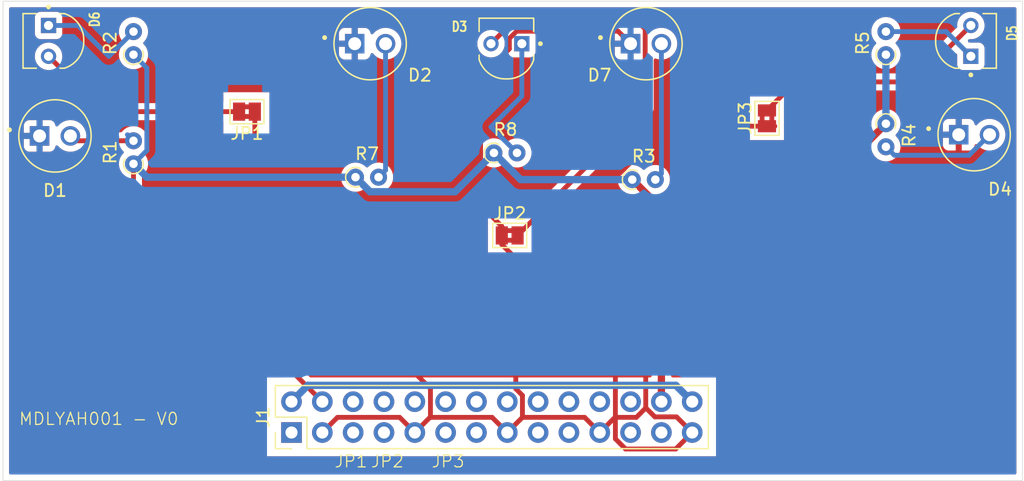
<source format=kicad_pcb>
(kicad_pcb (version 20240108) (generator "pcbnew") (generator_version "8.0")
  (title_block (title "MDLYAH001 - PCB") (rev "V0") (company "UCT") (comment 1 "EEE3088 - Sensing Subsystem"))
  (layers (0 "F.Cu" signal) (31 "B.Cu" signal) (34 "B.Paste" user) (35 "F.Paste" user) (36 "B.SilkS" user "B.Silkscreen") (37 "F.SilkS" user "F.Silkscreen") (38 "B.Mask" user) (39 "F.Mask" user) (44 "Edge.Cuts" user))
  (net 0 "")
  (net 1 "GND")
  (net 2 "Net-(D1-PadA)")
  (net 3 "Net-(D2-PadA)")
  (net 4 "Net-(D3-PadK)")
  (net 5 "Net-(D4-PadA)")
  (net 6 "/PE10")
  (net 7 "/PE11")
  (net 8 "/PE12")
  (net 9 "/PE8")
  (net 10 "/PC5")
  (net 11 "/PA7")
  (net 12 "/PE14")
  (net 13 "/3V3")
  (net 14 "/AB0")
  (net 15 "/PE9")
  (net 16 "/PC4")
  (net 17 "/PE13")
  (net 18 "/PA6")
  (net 19 "/RESV3")
  (net 20 "/RESV1")
  (net 21 "/RESV2")
  (net 22 "/PE15")
  (net 23 "Net-(JP1-B)")
  (net 24 "Net-(JP2-B)")
  (net 25 "Net-(JP3-B)")
  (net 26 "3.7V")
  (net 27 "/JP1")
  (net 28 "/JP2")
  (net 29 "/JP3")
  (net 30 "Net-(D5-PadK)")
  (net 31 "Net-(D6-PadK)")
  (net 32 "Net-(D7-PadA)")
  (footprint "TSAL6400:LEDRD254W55D595H900" (layer "F.Cu") (at 164.23 73)
    (property "Reference" "D7" (at -3.83 2.6 0) (layer "F.SilkS"))
    (property "Value" "TSAL6400")
    (fp_circle (center -3.75 -0.5) (end -3.65 -0.5) (stroke (width 0.2)) (fill none) (layer "F.SilkS"))
    (fp_circle (center 0 0) (end 2.98 0) (stroke (width 0.127)) (fill none) (layer "F.SilkS"))
    (pad "A" thru_hole circle (at 1.27 0) (size 1.61 1.61) (drill 1.07) (layers "*.Cu" "*.Mask") (net 32 "Net-(D7-PadA)"))
    (pad "C" thru_hole rect (at -1.27 0) (size 1.61 1.61) (drill 1.07) (layers "*.Cu" "*.Mask") (net 1 "GND"))
  )
  (footprint "TSAL6400:LEDRD254W55D595H900" (layer "F.Cu") (at 115.53 80.6)
    (property "Reference" "D1" (at 0 4.5 0) (layer "F.SilkS"))
    (property "Value" "TSAL6400")
    (fp_circle (center -3.75 -0.5) (end -3.65 -0.5) (stroke (width 0.2)) (fill none) (layer "F.SilkS"))
    (fp_circle (center 0 0) (end 2.98 0) (stroke (width 0.127)) (fill none) (layer "F.SilkS"))
    (pad "A" thru_hole circle (at 1.27 0) (size 1.61 1.61) (drill 1.07) (layers "*.Cu" "*.Mask") (net 2 "Net-(D1-PadA)"))
    (pad "C" thru_hole rect (at -1.27 0) (size 1.61 1.61) (drill 1.07) (layers "*.Cu" "*.Mask") (net 1 "GND"))
  )
  (footprint "Resistor_THT:R_Axial_DIN0204_L3.6mm_D1.6mm_P1.90mm_Vertical" (layer "F.Cu") (at 140.295 84)
    (property "Reference" "R7" (at 0.95 -1.92 0) (layer "F.SilkS"))
    (property "Value" "100")
    (fp_arc (start 0.320095 0.749359) (mid -0.813042 -0.054435) (end 0.417133 -0.7) (stroke (width 0.12)) (layer "F.SilkS"))
    (pad "1" thru_hole circle (at 0 0) (size 1.4 1.4) (drill 0.7) (layers "*.Cu" "*.Mask") (net 26 "3.7V"))
    (pad "2" thru_hole oval (at 1.9 0) (size 1.4 1.4) (drill 0.7) (layers "*.Cu" "*.Mask") (net 3 "Net-(D2-PadA)"))
  )
  (footprint "TSAL6400:LEDRD254W55D595H900" (layer "F.Cu") (at 141.5 73)
    (property "Reference" "D2" (at 4.1 2.6 0) (layer "F.SilkS"))
    (property "Value" "TSAL6400")
    (fp_circle (center -3.75 -0.5) (end -3.65 -0.5) (stroke (width 0.2)) (fill none) (layer "F.SilkS"))
    (fp_circle (center 0 0) (end 2.98 0) (stroke (width 0.127)) (fill none) (layer "F.SilkS"))
    (pad "A" thru_hole circle (at 1.27 0) (size 1.61 1.61) (drill 1.07) (layers "*.Cu" "*.Mask") (net 3 "Net-(D2-PadA)"))
    (pad "C" thru_hole rect (at -1.27 0) (size 1.61 1.61) (drill 1.07) (layers "*.Cu" "*.Mask") (net 1 "GND"))
  )
  (footprint "Resistor_THT:R_Axial_DIN0204_L3.6mm_D1.6mm_P1.90mm_Vertical" (layer "F.Cu") (at 184 79.595 -90)
    (property "Reference" "R4" (at 0.95 -1.92 90) (layer "F.SilkS"))
    (property "Value" "100")
    (fp_arc (start 0.320095 0.749359) (mid -0.813042 -0.054435) (end 0.417133 -0.7) (stroke (width 0.12)) (layer "F.SilkS"))
    (pad "1" thru_hole circle (at 0 0 270) (size 1.4 1.4) (drill 0.7) (layers "*.Cu" "*.Mask") (net 26 "3.7V"))
    (pad "2" thru_hole oval (at 1.9 0 270) (size 1.4 1.4) (drill 0.7) (layers "*.Cu" "*.Mask") (net 5 "Net-(D4-PadA)"))
  )
  (footprint "Resistor_THT:R_Axial_DIN0204_L3.6mm_D1.6mm_P1.90mm_Vertical" (layer "F.Cu") (at 151.7 82)
    (property "Reference" "R8" (at 0.95 -1.92 0) (layer "F.SilkS"))
    (property "Value" "51")
    (fp_arc (start 0.320095 0.749359) (mid -0.813042 -0.054435) (end 0.417133 -0.7) (stroke (width 0.12)) (layer "F.SilkS"))
    (pad "1" thru_hole circle (at 0 0) (size 1.4 1.4) (drill 0.7) (layers "*.Cu" "*.Mask") (net 26 "3.7V"))
    (pad "2" thru_hole oval (at 1.9 0) (size 1.4 1.4) (drill 0.7) (layers "*.Cu" "*.Mask") (net 4 "Net-(D3-PadK)"))
  )
  (footprint "BPV22NF:XDCR_BPV22NF" (layer "F.Cu") (at 115 72.77 -90)
    (property "Reference" "D6" (at -1.77 -3.8 90) (layer "F.SilkS") (effects (font (size 0.8 0.64))))
    (property "Value" "BPV22NF")
    (fp_line (start -2.25 2.1) (end 2.25 2.1) (stroke (width 0.127)) (layer "F.SilkS"))
    (fp_line (start 2.25 2.1) (end 2.25 1.005) (stroke (width 0.127)) (layer "F.SilkS"))
    (fp_line (start -2.25 1.005) (end -2.25 2.1) (stroke (width 0.127)) (layer "F.SilkS"))
    (fp_line (start 2.25 -0.94) (end 2.25 -1.3) (stroke (width 0.127)) (layer "F.SilkS"))
    (fp_line (start -2.25 -1.3) (end -2.25 -0.94) (stroke (width 0.127)) (layer "F.SilkS"))
    (fp_arc (start -2.25 -1.3) (mid -1.396563 -2.481886) (end 0 -2.899999) (stroke (width 0.127)) (layer "F.SilkS"))
    (fp_arc (start 0 -2.899999) (mid 1.396563 -2.481885) (end 2.25 -1.3) (stroke (width 0.127)) (layer "F.SilkS"))
    (fp_circle (center -2.8 0) (end -2.7 0) (stroke (width 0.2)) (fill none) (layer "F.SilkS"))
    (pad "A" thru_hole circle (at 1.27 0 270) (size 1.258 1.258) (drill 0.75) (layers "*.Cu" "*.Mask") (net 23 "Net-(JP1-B)"))
    (pad "K" thru_hole rect (at -1.27 0 270) (size 1.258 1.258) (drill 0.75) (layers "*.Cu" "*.Mask") (net 31 "Net-(D6-PadK)"))
  )
  (footprint "Resistor_THT:R_Axial_DIN0204_L3.6mm_D1.6mm_P1.90mm_Vertical" (layer "F.Cu") (at 122 73.905 90)
    (property "Reference" "R2" (at 0.95 -1.92 -90) (layer "F.SilkS"))
    (property "Value" "51")
    (fp_arc (start 0.320095 0.749359) (mid -0.813042 -0.054435) (end 0.417133 -0.7) (stroke (width 0.12)) (layer "F.SilkS"))
    (pad "1" thru_hole circle (at 0 0 90) (size 1.4 1.4) (drill 0.7) (layers "*.Cu" "*.Mask") (net 26 "3.7V"))
    (pad "2" thru_hole oval (at 1.9 0 90) (size 1.4 1.4) (drill 0.7) (layers "*.Cu" "*.Mask") (net 31 "Net-(D6-PadK)"))
  )
  (footprint "BPV22NF:XDCR_BPV22NF" (layer "F.Cu") (at 152.73 73 180)
    (property "Reference" "D3" (at 3.87 1.4 180) (layer "F.SilkS") (effects (font (size 0.8 0.64))))
    (property "Value" "BPV22NF")
    (fp_line (start 2.25 2.1) (end 2.25 1.005) (stroke (width 0.127)) (layer "F.SilkS"))
    (fp_line (start 2.25 -0.94) (end 2.25 -1.3) (stroke (width 0.127)) (layer "F.SilkS"))
    (fp_line (start -2.25 2.1) (end 2.25 2.1) (stroke (width 0.127)) (layer "F.SilkS"))
    (fp_line (start -2.25 1.005) (end -2.25 2.1) (stroke (width 0.127)) (layer "F.SilkS"))
    (fp_line (start -2.25 -1.3) (end -2.25 -0.94) (stroke (width 0.127)) (layer "F.SilkS"))
    (fp_arc (start 0 -2.899999) (mid 1.396563 -2.481885) (end 2.25 -1.3) (stroke (width 0.127)) (layer "F.SilkS"))
    (fp_arc (start -2.25 -1.3) (mid -1.396563 -2.481886) (end 0 -2.899999) (stroke (width 0.127)) (layer "F.SilkS"))
    (fp_circle (center -2.8 0) (end -2.7 0) (stroke (width 0.2)) (fill none) (layer "F.SilkS"))
    (pad "A" thru_hole circle (at 1.27 0 180) (size 1.258 1.258) (drill 0.75) (layers "*.Cu" "*.Mask") (net 24 "Net-(JP2-B)"))
    (pad "K" thru_hole rect (at -1.27 0 180) (size 1.258 1.258) (drill 0.75) (layers "*.Cu" "*.Mask") (net 4 "Net-(D3-PadK)"))
  )
  (footprint "Resistor_THT:R_Axial_DIN0204_L3.6mm_D1.6mm_P1.90mm_Vertical" (layer "F.Cu") (at 184 73.905 90)
    (property "Reference" "R5" (at 0.95 -1.92 -90) (layer "F.SilkS"))
    (property "Value" "51")
    (fp_arc (start 0.320095 0.749359) (mid -0.813042 -0.054435) (end 0.417133 -0.7) (stroke (width 0.12)) (layer "F.SilkS"))
    (pad "1" thru_hole circle (at 0 0 90) (size 1.4 1.4) (drill 0.7) (layers "*.Cu" "*.Mask") (net 26 "3.7V"))
    (pad "2" thru_hole oval (at 1.9 0 90) (size 1.4 1.4) (drill 0.7) (layers "*.Cu" "*.Mask") (net 30 "Net-(D5-PadK)"))
  )
  (footprint "TSAL6400:LEDRD254W55D595H900" (layer "F.Cu") (at 191.27 80.5)
    (property "Reference" "D4" (at 2.13 4.5 0) (layer "F.SilkS"))
    (property "Value" "TSAL6400")
    (fp_circle (center -3.75 -0.5) (end -3.65 -0.5) (stroke (width 0.2)) (fill none) (layer "F.SilkS"))
    (fp_circle (center 0 0) (end 2.98 0) (stroke (width 0.127)) (fill none) (layer "F.SilkS"))
    (pad "A" thru_hole circle (at 1.27 0) (size 1.61 1.61) (drill 1.07) (layers "*.Cu" "*.Mask") (net 5 "Net-(D4-PadA)"))
    (pad "C" thru_hole rect (at -1.27 0) (size 1.61 1.61) (drill 1.07) (layers "*.Cu" "*.Mask") (net 1 "GND"))
  )
  (footprint "Jumper:SolderJumper-2_P1.3mm_Bridged2Bar_Pad1.0x1.5mm" (layer "F.Cu") (at 174.2 79.15 90)
    (property "Reference" "JP3" (at 0 -1.8 -90) (layer "F.SilkS"))
    (property "Value" "Jumper_2_Bridged")
    (fp_poly (pts (xy -0.25 -0.6) (xy 0.25 -0.6) (xy 0.25 -0.2) (xy -0.25 -0.2)) (fill solid) (layer "F.Cu"))
    (fp_poly (pts (xy -0.25 0.2) (xy 0.25 0.2) (xy 0.25 0.6) (xy -0.25 0.6)) (fill solid) (layer "F.Cu"))
    (fp_line (start 1.4 -1) (end 1.4 1) (stroke (width 0.12)) (layer "F.SilkS"))
    (fp_line (start -1.4 -1) (end 1.4 -1) (stroke (width 0.12)) (layer "F.SilkS"))
    (fp_line (start 1.4 1) (end -1.4 1) (stroke (width 0.12)) (layer "F.SilkS"))
    (fp_line (start -1.4 1) (end -1.4 -1) (stroke (width 0.12)) (layer "F.SilkS"))
    (pad "1" smd rect (at -0.65 0 90) (size 1 1.5) (layers "F.Cu" "F.Mask") (net 1 "GND"))
    (pad "2" smd rect (at 0.65 0 90) (size 1 1.5) (layers "F.Cu" "F.Mask") (net 25 "Net-(JP3-B)"))
  )
  (footprint "Resistor_THT:R_Axial_DIN0204_L3.6mm_D1.6mm_P1.90mm_Vertical" (layer "F.Cu") (at 163.1 84.2)
    (property "Reference" "R3" (at 0.95 -1.92 0) (layer "F.SilkS"))
    (property "Value" "100")
    (fp_arc (start 0.320095 0.749359) (mid -0.813042 -0.054435) (end 0.417133 -0.7) (stroke (width 0.12)) (layer "F.SilkS"))
    (pad "1" thru_hole circle (at 0 0) (size 1.4 1.4) (drill 0.7) (layers "*.Cu" "*.Mask") (net 26 "3.7V"))
    (pad "2" thru_hole oval (at 1.9 0) (size 1.4 1.4) (drill 0.7) (layers "*.Cu" "*.Mask") (net 32 "Net-(D7-PadA)"))
  )
  (footprint "BPV22NF:XDCR_BPV22NF" (layer "F.Cu") (at 191 72.77 90)
    (property "Reference" "D5" (at 0.63 3.4 -90) (layer "F.SilkS") (effects (font (size 0.8 0.64))))
    (property "Value" "BPV22NF")
    (fp_line (start -2.25 -1.3) (end -2.25 -0.94) (stroke (width 0.127)) (layer "F.SilkS"))
    (fp_line (start 2.25 -0.94) (end 2.25 -1.3) (stroke (width 0.127)) (layer "F.SilkS"))
    (fp_line (start -2.25 1.005) (end -2.25 2.1) (stroke (width 0.127)) (layer "F.SilkS"))
    (fp_line (start 2.25 2.1) (end 2.25 1.005) (stroke (width 0.127)) (layer "F.SilkS"))
    (fp_line (start -2.25 2.1) (end 2.25 2.1) (stroke (width 0.127)) (layer "F.SilkS"))
    (fp_arc (start 0 -2.899999) (mid 1.396563 -2.481885) (end 2.25 -1.3) (stroke (width 0.127)) (layer "F.SilkS"))
    (fp_arc (start -2.25 -1.3) (mid -1.396563 -2.481886) (end 0 -2.899999) (stroke (width 0.127)) (layer "F.SilkS"))
    (fp_circle (center -2.8 0) (end -2.7 0) (stroke (width 0.2)) (fill none) (layer "F.SilkS"))
    (pad "A" thru_hole circle (at 1.27 0 90) (size 1.258 1.258) (drill 0.75) (layers "*.Cu" "*.Mask") (net 25 "Net-(JP3-B)"))
    (pad "K" thru_hole rect (at -1.27 0 90) (size 1.258 1.258) (drill 0.75) (layers "*.Cu" "*.Mask") (net 30 "Net-(D5-PadK)"))
  )
  (footprint "Jumper:SolderJumper-2_P1.3mm_Bridged2Bar_Pad1.0x1.5mm" (layer "F.Cu") (at 153 88.8)
    (property "Reference" "JP2" (at 0 -1.8 0) (layer "F.SilkS"))
    (property "Value" "Jumper_2_Bridged")
    (fp_poly (pts (xy -0.25 -0.6) (xy 0.25 -0.6) (xy 0.25 -0.2) (xy -0.25 -0.2)) (fill solid) (layer "F.Cu"))
    (fp_poly (pts (xy -0.25 0.2) (xy 0.25 0.2) (xy 0.25 0.6) (xy -0.25 0.6)) (fill solid) (layer "F.Cu"))
    (fp_line (start -1.4 -1) (end 1.4 -1) (stroke (width 0.12)) (layer "F.SilkS"))
    (fp_line (start -1.4 1) (end -1.4 -1) (stroke (width 0.12)) (layer "F.SilkS"))
    (fp_line (start 1.4 -1) (end 1.4 1) (stroke (width 0.12)) (layer "F.SilkS"))
    (fp_line (start 1.4 1) (end -1.4 1) (stroke (width 0.12)) (layer "F.SilkS"))
    (pad "1" smd rect (at -0.65 0) (size 1 1.5) (layers "F.Cu" "F.Mask") (net 1 "GND"))
    (pad "2" smd rect (at 0.65 0) (size 1 1.5) (layers "F.Cu" "F.Mask") (net 24 "Net-(JP2-B)"))
  )
  (footprint "Connector_PinHeader_2.54mm:PinHeader_2x14_P2.54mm_Vertical" (layer "F.Cu") (at 135.02 105.04 90)
    (property "Reference" "J1" (at 1.27 -2.33 -90) (layer "F.SilkS"))
    (property "Value" "Conn_02x14_Odd_Even")
    (fp_line (start 3.87 -1.33) (end 3.87 34.35) (stroke (width 0.12)) (layer "F.SilkS"))
    (fp_line (start 1.27 -1.33) (end 3.87 -1.33) (stroke (width 0.12)) (layer "F.SilkS"))
    (fp_line (start -1.33 -1.33) (end 0 -1.33) (stroke (width 0.12)) (layer "F.SilkS"))
    (fp_line (start -1.33 0) (end -1.33 -1.33) (stroke (width 0.12)) (layer "F.SilkS"))
    (fp_line (start 1.27 1.27) (end 1.27 -1.33) (stroke (width 0.12)) (layer "F.SilkS"))
    (fp_line (start -1.33 1.27) (end 1.27 1.27) (stroke (width 0.12)) (layer "F.SilkS"))
    (fp_line (start -1.33 1.27) (end -1.33 34.35) (stroke (width 0.12)) (layer "F.SilkS"))
    (fp_line (start -1.33 34.35) (end 3.87 34.35) (stroke (width 0.12)) (layer "F.SilkS"))
    (pad "1" thru_hole rect (at 0 0 90) (size 1.7 1.7) (drill 1) (layers "*.Cu" "*.Mask") (net 19 "/RESV3"))
    (pad "2" thru_hole oval (at 2.54 0 90) (size 1.7 1.7) (drill 1) (layers "*.Cu" "*.Mask") (net 13 "/3V3"))
    (pad "3" thru_hole oval (at 0 2.54 90) (size 1.7 1.7) (drill 1) (layers "*.Cu" "*.Mask") (net 1 "GND"))
    (pad "4" thru_hole oval (at 2.54 2.54 90) (size 1.7 1.7) (drill 1) (layers "*.Cu" "*.Mask") (net 26 "3.7V"))
    (pad "5" thru_hole oval (at 0 5.08 90) (size 1.7 1.7) (drill 1) (layers "*.Cu" "*.Mask") (net 27 "/JP1"))
    (pad "6" thru_hole oval (at 2.54 5.08 90) (size 1.7 1.7) (drill 1) (layers "*.Cu" "*.Mask") (net 21 "/RESV2"))
    (pad "7" thru_hole oval (at 0 7.62 90) (size 1.7 1.7) (drill 1) (layers "*.Cu" "*.Mask") (net 28 "/JP2"))
    (pad "8" thru_hole oval (at 2.54 7.62 90) (size 1.7 1.7) (drill 1) (layers "*.Cu" "*.Mask") (net 22 "/PE15"))
    (pad "9" thru_hole oval (at 0 10.16 90) (size 1.7 1.7) (drill 1) (layers "*.Cu" "*.Mask") (net 1 "GND"))
    (pad "10" thru_hole oval (at 2.54 10.16 90) (size 1.7 1.7) (drill 1) (layers "*.Cu" "*.Mask") (net 12 "/PE14"))
    (pad "11" thru_hole oval (at 0 12.7 90) (size 1.7 1.7) (drill 1) (layers "*.Cu" "*.Mask") (net 29 "/JP3"))
    (pad "12" thru_hole oval (at 2.54 12.7 90) (size 1.7 1.7) (drill 1) (layers "*.Cu" "*.Mask") (net 17 "/PE13"))
    (pad "13" thru_hole oval (at 0 15.24 90) (size 1.7 1.7) (drill 1) (layers "*.Cu" "*.Mask") (net 18 "/PA6"))
    (pad "14" thru_hole oval (at 2.54 15.24 90) (size 1.7 1.7) (drill 1) (layers "*.Cu" "*.Mask") (net 8 "/PE12"))
    (pad "15" thru_hole oval (at 0 17.78 90) (size 1.7 1.7) (drill 1) (layers "*.Cu" "*.Mask") (net 1 "GND"))
    (pad "16" thru_hole oval (at 2.54 17.78 90) (size 1.7 1.7) (drill 1) (layers "*.Cu" "*.Mask") (net 7 "/PE11"))
    (pad "17" thru_hole oval (at 0 20.32 90) (size 1.7 1.7) (drill 1) (layers "*.Cu" "*.Mask") (net 11 "/PA7"))
    (pad "18" thru_hole oval (at 2.54 20.32 90) (size 1.7 1.7) (drill 1) (layers "*.Cu" "*.Mask") (net 6 "/PE10"))
    (pad "19" thru_hole oval (at 0 22.86 90) (size 1.7 1.7) (drill 1) (layers "*.Cu" "*.Mask") (net 16 "/PC4"))
    (pad "20" thru_hole oval (at 2.54 22.86 90) (size 1.7 1.7) (drill 1) (layers "*.Cu" "*.Mask") (net 15 "/PE9"))
    (pad "21" thru_hole oval (at 0 25.4 90) (size 1.7 1.7) (drill 1) (layers "*.Cu" "*.Mask") (net 1 "GND"))
    (pad "22" thru_hole oval (at 2.54 25.4 90) (size 1.7 1.7) (drill 1) (layers "*.Cu" "*.Mask") (net 9 "/PE8"))
    (pad "23" thru_hole oval (at 0 27.94 90) (size 1.7 1.7) (drill 1) (layers "*.Cu" "*.Mask") (net 10 "/PC5"))
    (pad "24" thru_hole oval (at 2.54 27.94 90) (size 1.7 1.7) (drill 1) (layers "*.Cu" "*.Mask") (net 20 "/RESV1"))
    (pad "25" thru_hole oval (at 0 30.48 90) (size 1.7 1.7) (drill 1) (layers "*.Cu" "*.Mask") (net 14 "/AB0"))
    (pad "26" thru_hole oval (at 2.54 30.48 90) (size 1.7 1.7) (drill 1) (layers "*.Cu" "*.Mask") (net 26 "3.7V"))
    (pad "27" thru_hole oval (at 0 33.02 90) (size 1.7 1.7) (drill 1) (layers "*.Cu" "*.Mask") (net 1 "GND"))
    (pad "28" thru_hole oval (at 2.54 33.02 90) (size 1.7 1.7) (drill 1) (layers "*.Cu" "*.Mask") (net 13 "/3V3"))
  )
  (footprint "Resistor_THT:R_Axial_DIN0204_L3.6mm_D1.6mm_P1.90mm_Vertical" (layer "F.Cu") (at 122 82.9 90)
    (property "Reference" "R1" (at 0.95 -1.92 -90) (layer "F.SilkS"))
    (property "Value" "100")
    (fp_arc (start 0.320095 0.749359) (mid -0.813042 -0.054435) (end 0.417133 -0.7) (stroke (width 0.12)) (layer "F.SilkS"))
    (pad "1" thru_hole circle (at 0 0 90) (size 1.4 1.4) (drill 0.7) (layers "*.Cu" "*.Mask") (net 26 "3.7V"))
    (pad "2" thru_hole oval (at 1.9 0 90) (size 1.4 1.4) (drill 0.7) (layers "*.Cu" "*.Mask") (net 2 "Net-(D1-PadA)"))
  )
  (footprint "Jumper:SolderJumper-2_P1.3mm_Bridged2Bar_Pad1.0x1.5mm" (layer "F.Cu") (at 131.35 78.6 180)
    (property "Reference" "JP1" (at 0 -1.8 180) (layer "F.SilkS"))
    (property "Value" "Jumper_2_Bridged")
    (fp_poly (pts (xy -0.25 0.2) (xy 0.25 0.2) (xy 0.25 0.6) (xy -0.25 0.6)) (fill solid) (layer "F.Cu"))
    (fp_poly (pts (xy -0.25 -0.6) (xy 0.25 -0.6) (xy 0.25 -0.2) (xy -0.25 -0.2)) (fill solid) (layer "F.Cu"))
    (fp_line (start 1.4 1) (end -1.4 1) (stroke (width 0.12)) (layer "F.SilkS"))
    (fp_line (start 1.4 -1) (end 1.4 1) (stroke (width 0.12)) (layer "F.SilkS"))
    (fp_line (start -1.4 1) (end -1.4 -1) (stroke (width 0.12)) (layer "F.SilkS"))
    (fp_line (start -1.4 -1) (end 1.4 -1) (stroke (width 0.12)) (layer "F.SilkS"))
    (pad "1" smd rect (at -0.65 0 180) (size 1 1.5) (layers "F.Cu" "F.Mask") (net 1 "GND"))
    (pad "2" smd rect (at 0.65 0 180) (size 1 1.5) (layers "F.Cu" "F.Mask") (net 23 "Net-(JP1-B)"))
  )
  (gr_rect (start 111.25 69.5) (end 195.25 109) (stroke (width 0.05)) (fill none) (layer "Edge.Cuts"))
  (gr_text "JP1" (at 138.5 108 0) (layer "F.SilkS") (effects (font (size 1 1) (thickness 0.1)) (justify left bottom)))
  (gr_text "JP2" (at 141.5 108 0) (layer "F.SilkS") (effects (font (size 1 1) (thickness 0.1)) (justify left bottom)))
  (gr_text "JP3" (at 146.5 108 0) (layer "F.SilkS") (effects (font (size 1 1) (thickness 0.1)) (justify left bottom)))
  (gr_text "MDLYAH001 - V0 " (at 112.5 104.5 0) (layer "F.SilkS") (effects (font (size 1 1) (thickness 0.1)) (justify left bottom)))
  (segment (start 152.971 72.573774) (end 153.573774 71.971) (width 0.4) (layer "F.Cu") (net 1))
  (segment (start 154.05 103.79) (end 152.8 105.04) (width 0.4) (layer "F.Cu") (net 1))
  (segment (start 152.35 89.55) (end 152.35 88.8) (width 0.4) (layer "F.Cu") (net 1))
  (segment (start 150.6 75.797226) (end 152.971 73.426226) (width 0.4) (layer "F.Cu") (net 1))
  (segment (start 166.75 103.75) (end 164.96 103.75) (width 0.4) (layer "F.Cu") (net 1))
  (segment (start 164.21 103.017767) (end 163.437767 103.79) (width 0.4) (layer "F.Cu") (net 1))
  (segment (start 168.04 105.04) (end 166.75 103.75) (width 0.4) (layer "F.Cu") (net 1))
  (segment (start 155.31 92.51) (end 152.35 89.55) (width 0.4) (layer "F.Cu") (net 1))
  (segment (start 152.971 73.426226) (end 152.971 72.573774) (width 0.4) (layer "F.Cu") (net 1))
  (segment (start 160.42 105.04) (end 159.17 103.79) (width 0.4) (layer "F.Cu") (net 1))
  (segment (start 146.47 103.75) (end 145.18 105.04) (width 0.4) (layer "F.Cu") (net 1))
  (segment (start 150.6 86.3) (end 150.6 75.797226) (width 0.4) (layer "F.Cu") (net 1))
  (segment (start 164.96 103.75) (end 164.21 103) (width 0.4) (layer "F.Cu") (net 1))
  (segment (start 146.47 101.42) (end 146.47 103.75) (width 0.4) (layer "F.Cu") (net 1))
  (segment (start 161.931 71.971) (end 162.96 73) (width 0.4) (layer "F.Cu") (net 1))
  (segment (start 131.2 86.15) (end 132 85.35) (width 0.4) (layer "F.Cu") (net 1))
  (segment (start 164.21 92.51) (end 164.21 103) (width 0.4) (layer "F.Cu") (net 1))
  (segment (start 164.21 92.51) (end 155.31 92.51) (width 0.4) (layer "F.Cu") (net 1))
  (segment (start 151.55 103.79) (end 146.51 103.79) (width 0.4) (layer "F.Cu") (net 1))
  (segment (start 153.5 98.9) (end 145.3 98.9) (width 0.4) (layer "F.Cu") (net 1))
  (segment (start 162.552233 106.4) (end 166.68 106.4) (width 0.4) (layer "F.Cu") (net 1))
  (segment (start 174.2 79.8) (end 165.944365 79.8) (width 0.4) (layer "F.Cu") (net 1))
  (segment (start 152.35 88.8) (end 152.35 88.05) (width 0.4) (layer "F.Cu") (net 1))
  (segment (start 146.51 103.79) (end 146.47 103.75) (width 0.4) (layer "F.Cu") (net 1))
  (segment (start 152.35 88.05) (end 150.6 86.3) (width 0.4) (layer "F.Cu") (net 1))
  (segment (start 152.8 105.04) (end 151.55 103.79) (width 0.4) (layer "F.Cu") (net 1))
  (segment (start 161.71 84.034365) (end 161.71 105.557767) (width 0.4) (layer "F.Cu") (net 1))
  (segment (start 154.05 101.982233) (end 154.05 103.79) (width 0.4) (layer "F.Cu") (net 1))
  (segment (start 159.17 103.79) (end 154.05 103.79) (width 0.4) (layer "F.Cu") (net 1))
  (segment (start 144.625 99.575) (end 144.825 99.775) (width 0.4) (layer "F.Cu") (net 1))
  (segment (start 143.93 103.79) (end 145.18 105.04) (width 0.4) (layer "F.Cu") (net 1))
  (segment (start 165.944365 79.8) (end 161.71 84.034365) (width 0.4) (layer "F.Cu") (net 1))
  (segment (start 132 85.35) (end 132 78.6) (width 0.4) (layer "F.Cu") (net 1))
  (segment (start 137.56 105.04) (end 138.81 103.79) (width 0.4) (layer "F.Cu") (net 1))
  (segment (start 144.825 99.775) (end 131.2 86.15) (width 0.4) (layer "F.Cu") (net 1))
  (segment (start 161.71 105.557767) (end 162.552233 106.4) (width 0.4) (layer "F.Cu") (net 1))
  (segment (start 138.81 103.79) (end 143.93 103.79) (width 0.4) (layer "F.Cu") (net 1))
  (segment (start 153.5 101.432233) (end 153.5 98.9) (width 0.4) (layer "F.Cu") (net 1))
  (segment (start 163.437767 103.79) (end 161.67 103.79) (width 0.4) (layer "F.Cu") (net 1))
  (segment (start 145.3 98.9) (end 144.625 99.575) (width 0.4) (layer "F.Cu") (net 1))
  (segment (start 164.21 103) (end 164.21 103.017767) (width 0.4) (layer "F.Cu") (net 1))
  (segment (start 144.825 99.775) (end 146.47 101.42) (width 0.4) (layer "F.Cu") (net 1))
  (segment (start 161.67 103.79) (end 160.42 105.04) (width 0.4) (layer "F.Cu") (net 1))
  (segment (start 153.573774 71.971) (end 161.931 71.971) (width 0.4) (layer "F.Cu") (net 1))
  (segment (start 174.85 79.8) (end 174.2 79.8) (width 0.4) (layer "F.Cu") (net 1))
  (segment (start 166.68 106.4) (end 168.04 105.04) (width 0.4) (layer "F.Cu") (net 1))
  (segment (start 153.5 101.432233) (end 154.05 101.982233) (width 0.4) (layer "F.Cu") (net 1))
  (segment (start 122 81) (end 117.2 81) (width 0.4) (layer "F.Cu") (net 2))
  (segment (start 117.2 81) (end 116.8 80.6) (width 0.4) (layer "F.Cu") (net 2))
  (segment (start 121.5 80.5) (end 122 81) (width 0.4) (layer "B.Cu") (net 2))
  (segment (start 142.77 83.425) (end 142.195 84) (width 0.4) (layer "B.Cu") (net 3))
  (segment (start 142.77 73) (end 142.77 83.425) (width 0.4) (layer "B.Cu") (net 3))
  (segment (start 154 77.32) (end 154 73) (width 0.4) (layer "B.Cu") (net 4))
  (segment (start 151.46 79.86) (end 153.6 82) (width 0.4) (layer "B.Cu") (net 4))
  (segment (start 151.46 79.86) (end 154 77.32) (width 0.4) (layer "B.Cu") (net 4))
  (segment (start 192.54 80.5) (end 190.845 82.195) (width 0.4) (layer "B.Cu") (net 5))
  (segment (start 190.845 82.195) (end 184.7 82.195) (width 0.4) (layer "B.Cu") (net 5))
  (segment (start 184.7 82.195) (end 184 81.495) (width 0.4) (layer "B.Cu") (net 5))
  (segment (start 166.69 101.15) (end 168.04 102.5) (width 0.6) (layer "B.Cu") (net 13))
  (segment (start 136.37 101.15) (end 166.69 101.15) (width 0.6) (layer "B.Cu") (net 13))
  (segment (start 135.02 102.5) (end 136.37 101.15) (width 0.6) (layer "B.Cu") (net 13))
  (segment (start 119.56 78.6) (end 115 74.04) (width 0.4) (layer "F.Cu") (net 23))
  (segment (start 130.7 78.6) (end 119.56 78.6) (width 0.4) (layer "F.Cu") (net 23))
  (segment (start 153.65 88.8) (end 164.165 78.285) (width 0.4) (layer "F.Cu") (net 24))
  (segment (start 153.089 71.371) (end 151.46 73) (width 0.4) (layer "F.Cu") (net 24))
  (segment (start 164.165 71.795) (end 163.741 71.371) (width 0.4) (layer "F.Cu") (net 24))
  (segment (start 163.741 71.371) (end 153.089 71.371) (width 0.4) (layer "F.Cu") (net 24))
  (segment (start 164.165 78.285) (end 164.165 71.795) (width 0.4) (layer "F.Cu") (net 24))
  (segment (start 176.55 76.15) (end 174.2 78.5) (width 0.4) (layer "F.Cu") (net 25))
  (segment (start 188.89 76.15) (end 188.89 73.61) (width 0.4) (layer "F.Cu") (net 25))
  (segment (start 188.89 73.61) (end 191 71.5) (width 0.4) (layer "F.Cu") (net 25))
  (segment (start 188.89 76.15) (end 176.55 76.15) (width 0.4) (layer "F.Cu") (net 25))
  (segment (start 165.5 86.6) (end 163.1 84.2) (width 0.6) (layer "F.Cu") (net 26))
  (segment (start 176.995 86.6) (end 184 79.595) (width 0.6) (layer "F.Cu") (net 26))
  (segment (start 165.5 86.6) (end 176.995 86.6) (width 0.6) (layer "F.Cu") (net 26))
  (segment (start 165.5 102.5) (end 165.5 86.6) (width 0.6) (layer "F.Cu") (net 26))
  (segment (start 122 86.94) (end 137.56 102.5) (width 0.4) (layer "F.Cu") (net 26))
  (segment (start 122 82.9) (end 122 86.94) (width 0.4) (layer "F.Cu") (net 26))
  (segment (start 163.1 84.2) (end 153.9 84.2) (width 0.6) (layer "B.Cu") (net 26))
  (segment (start 123.1 84) (end 122 82.9) (width 0.6) (layer "B.Cu") (net 26))
  (segment (start 148.5 85.2) (end 151.7 82) (width 0.6) (layer "B.Cu") (net 26))
  (segment (start 153.9 84.2) (end 151.7 82) (width 0.6) (layer "B.Cu") (net 26))
  (segment (start 141.495 85.2) (end 148.5 85.2) (width 0.6) (layer "B.Cu") (net 26))
  (segment (start 123.1 75.005) (end 123.1 81.8) (width 0.4) (layer "B.Cu") (net 26))
  (segment (start 140.295 84) (end 123.1 84) (width 0.6) (layer "B.Cu") (net 26))
  (segment (start 123.1 81.8) (end 122 82.9) (width 0.4) (layer "B.Cu") (net 26))
  (segment (start 122 73.905) (end 123.1 75.005) (width 0.4) (layer "B.Cu") (net 26))
  (segment (start 184 79.595) (end 184 73.905) (width 0.6) (layer "B.Cu") (net 26))
  (segment (start 140.295 84) (end 141.495 85.2) (width 0.6) (layer "B.Cu") (net 26))
  (segment (start 188.965 72.005) (end 191 74.04) (width 0.4) (layer "B.Cu") (net 30))
  (segment (start 184 72.005) (end 188.965 72.005) (width 0.4) (layer "B.Cu") (net 30))
  (segment (start 119.965 74.04) (end 122 72.005) (width 0.4) (layer "B.Cu") (net 31))
  (segment (start 119.965 74.04) (end 117.425 71.5) (width 0.4) (layer "B.Cu") (net 31))
  (segment (start 117.425 71.5) (end 115 71.5) (width 0.4) (layer "B.Cu") (net 31))
  (segment (start 165.5 73) (end 165.5 83.7) (width 0.4) (layer "B.Cu") (net 32))
  (segment (start 165.5 83.7) (end 165 84.2) (width 0.4) (layer "B.Cu") (net 32))
  (zone (net 1) (net_name "GND") (layer "F.Cu") (connect_pads (clearance 0.5)) (min_thickness 0.25) (fill yes (thermal_gap 0.5) (thermal_bridge_width 0.5))
    (polygon (pts (xy 195.2 69.4) (xy 195.4 109) (xy 111.2 109) (xy 111 69.4)))
  )
  (zone (net 0) (net_name "") (layers "F&B.Cu") (connect_pads (clearance 0)) (min_thickness 0.25)
    (keepout (tracks allowed) (vias allowed) (pads allowed) (copperpour not_allowed) (footprints allowed))
    (fill (thermal_gap 0.5) (thermal_bridge_width 0.5))
    (polygon (pts (xy 151.2 87.4) (xy 151.2 90.2) (xy 154.8 90.2) (xy 154.8 87.4)))
  )
  (zone (net 0) (net_name "") (layers "F&B.Cu") (connect_pads (clearance 0)) (min_thickness 0.25)
    (keepout (tracks allowed) (vias allowed) (pads allowed) (copperpour not_allowed) (footprints allowed))
    (fill (thermal_gap 0.5) (thermal_bridge_width 0.5))
    (polygon (pts (xy 172.8 77.35) (xy 175.6 77.35) (xy 175.6 80.95) (xy 172.8 80.95)))
  )
  (zone (net 0) (net_name "") (layers "F&B.Cu") (connect_pads (clearance 0)) (min_thickness 0.25)
    (keepout (tracks allowed) (vias allowed) (pads allowed) (copperpour not_allowed) (footprints allowed))
    (fill (thermal_gap 0.5) (thermal_bridge_width 0.5))
    (polygon (pts (xy 170 100.5) (xy 170 107) (xy 133 107) (xy 133 100.5)))
  )
  (zone (net 0) (net_name "") (layers "F&B.Cu") (connect_pads (clearance 0)) (min_thickness 0.25)
    (keepout (tracks allowed) (vias allowed) (pads allowed) (copperpour not_allowed) (footprints allowed))
    (fill (thermal_gap 0.5) (thermal_bridge_width 0.5))
    (polygon (pts (xy 129.4 77) (xy 129.4 80.4) (xy 133.2 80.4) (xy 133.2 77)))
  )
  (zone (net 0) (net_name "") (layer "B.Cu") (connect_pads (clearance 0)) (min_thickness 0.25)
    (keepout (tracks allowed) (vias allowed) (pads allowed) (copperpour not_allowed) (footprints allowed))
    (fill (thermal_gap 0.5) (thermal_bridge_width 0.5))
    (polygon (pts (xy 129.8 80) (xy 132.6 80) (xy 132.6 76.4) (xy 129.8 76.4)))
  )
  (zone (net 1) (net_name "GND") (layer "B.Cu") (priority 1) (connect_pads (clearance 0.5)) (min_thickness 0.25) (fill yes (thermal_gap 0.5) (thermal_bridge_width 0.5))
    (polygon (pts (xy 195.2 69.6) (xy 195.4 109) (xy 111.2 109) (xy 111 69.6)))
  )
)
</source>
